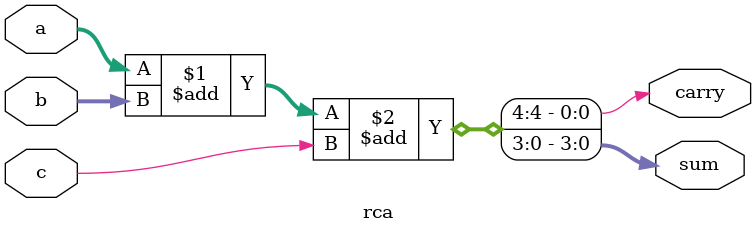
<source format=sv>
module rca(
  input  logic [3:0] a, b,
  input  logic       c,
  output logic [3:0] sum,
  output logic       carry);
  assign {carry,sum} = a + b + c;
endmodule

</source>
